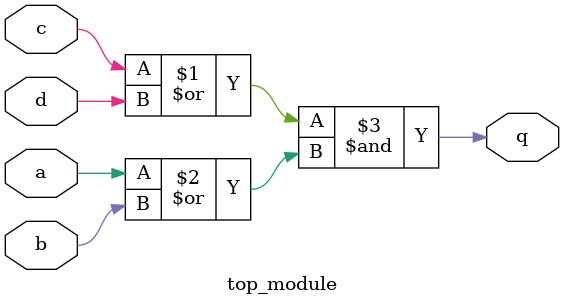
<source format=v>
module top_module (
    input a,
    input b,
    input c,
    input d,
    output q );//

    assign q = (c|d) & (a|b); // Fix me

endmodule


</source>
